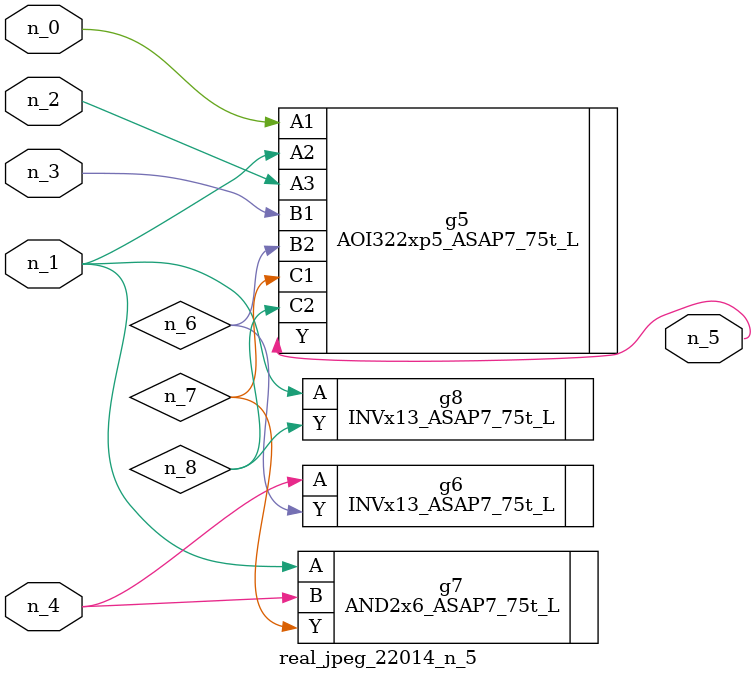
<source format=v>
module real_jpeg_22014_n_5 (n_4, n_0, n_1, n_2, n_3, n_5);

input n_4;
input n_0;
input n_1;
input n_2;
input n_3;

output n_5;

wire n_8;
wire n_6;
wire n_7;

AOI322xp5_ASAP7_75t_L g5 ( 
.A1(n_0),
.A2(n_1),
.A3(n_2),
.B1(n_3),
.B2(n_6),
.C1(n_7),
.C2(n_8),
.Y(n_5)
);

AND2x6_ASAP7_75t_L g7 ( 
.A(n_1),
.B(n_4),
.Y(n_7)
);

INVx13_ASAP7_75t_L g8 ( 
.A(n_1),
.Y(n_8)
);

INVx13_ASAP7_75t_L g6 ( 
.A(n_4),
.Y(n_6)
);


endmodule
</source>
